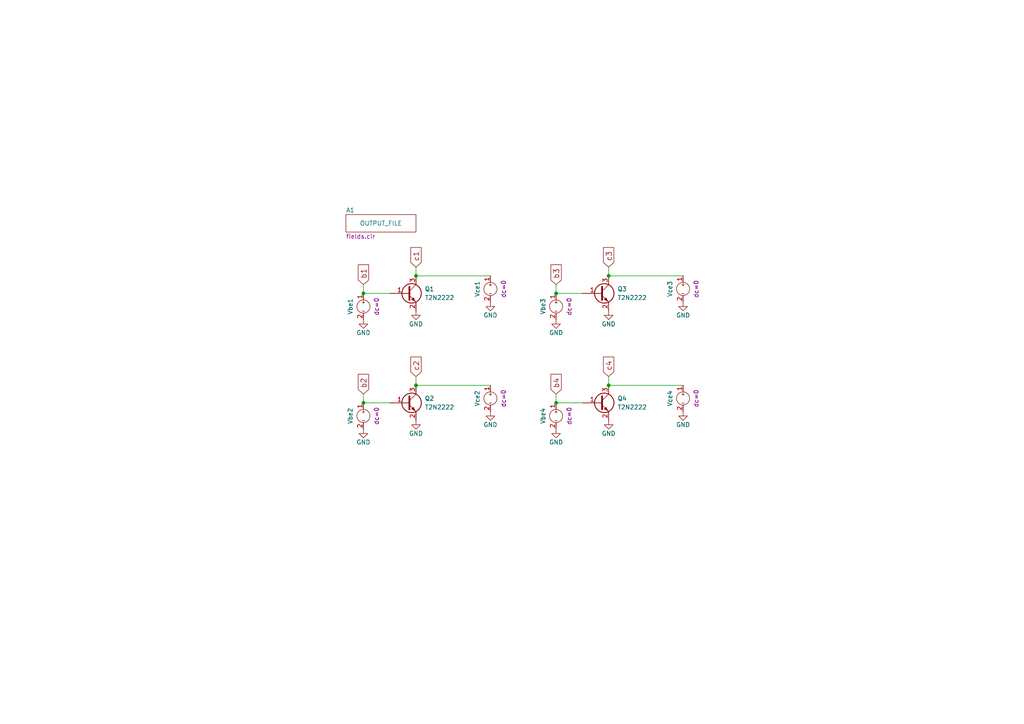
<source format=kicad_sch>
(kicad_sch (version 20211123) (generator eeschema)
  (paper "A4")
  (lib_symbols
    (symbol "Device:Q_NPN_BEC" (pin_names (offset 0) hide)
      (property "Reference" "Q" (at 5.08 1.27 0))
      (property "Value" "Q_NPN_BEC" (at 5.08 -1.27 0))
      (symbol "Q_NPN_BEC_0_1"
        (polyline (pts (xy 0.635 0.635) (xy 2.54 2.54)))
        (polyline (pts (xy 0.635 -0.635) (xy 2.54 -2.54) (xy 2.54 -2.54)))
        (polyline (pts (xy 0.635 1.905) (xy 0.635 -1.905) (xy 0.635 -1.905)) (stroke (width 0.508)))
        (polyline (pts (xy 1.27 -1.778) (xy 1.778 -1.27) (xy 2.286 -2.286) (xy 1.27 -1.778) (xy 1.27 -1.778)) (fill (type outline)))
        (circle (center 1.27 0) (radius 2.8194) (stroke (width 0.254)))
      )
      (symbol "Q_NPN_BEC_1_1"
        (pin input line (at -5.08 0 0) (length 5.715) (name "B") (number "1"))
        (pin passive line (at 2.54 -5.08 90) (length 2.54) (name "E") (number "2"))
        (pin passive line (at 2.54 5.08 270) (length 2.54) (name "C") (number "3"))
      )
    )
    (symbol "power:GND" (power) (pin_names (offset 0))
      (property "Value" "GND" (at 0 -3.81 0))
      (symbol "GND_0_1"
        (polyline (pts (xy 0 0) (xy 0 -1.27) (xy 1.27 -1.27) (xy 0 -2.54) (xy -1.27 -1.27) (xy 0 -1.27)))
      )
      (symbol "GND_1_1"
        (pin power_in line (at 0 0 270) (length 0) hide (name "GND") (number "1"))
      )
    )
    (symbol "pyopus:OUTPUT_FILE" (pin_names (offset 1.016))
      (property "Reference" "A" (at -10.16 1.27 0))
      (property "Value" "OUTPUT_FILE" (at 0 -2.54 0))
      (property "Name" "<file name>" (at -10.16 -6.35 0))
      (symbol "OUTPUT_FILE_0_1"
        (rectangle (start -10.16 0) (end 10.16 -5.08))
      )
    )
    (symbol "pyopus:VSRC" (pin_names (offset 0) hide)
      (property "Reference" "V" (at -3.81 0 90))
      (property "Specification" "dc=0" (at 3.81 0 90))
      (symbol "VSRC_0_0"
        (circle (center 0 0) (radius 1.905) (stroke (width 0.1524)))
        (text "+" (at 0 1.27 0) (effects (font (size 0.9906 0.9906))))
        (text "-" (at 0 -1.27 0) (effects (font (size 0.9906 0.9906))))
      )
      (symbol "VSRC_1_1"
        (pin passive line (at 0 3.81 270) (length 1.905) (name "P") (number "1"))
        (pin power_out line (at 0 -3.81 90) (length 1.905) (name "N") (number "2"))
      )
    )
  )
  (junction (at 120.65 111.76))
  (junction (at 176.53 111.76))
  (junction (at 161.29 116.84))
  (junction (at 176.53 80.01))
  (junction (at 105.41 85.09))
  (junction (at 120.65 80.01))
  (junction (at 161.29 85.09))
  (junction (at 105.41 116.84))
  (wire (pts (xy 105.41 82.55) (xy 105.41 85.09)))
  (wire (pts (xy 105.41 116.84) (xy 113.03 116.84)))
  (wire (pts (xy 161.29 114.3) (xy 161.29 116.84)))
  (wire (pts (xy 176.53 77.47) (xy 176.53 80.01)))
  (wire (pts (xy 161.29 85.09) (xy 168.91 85.09)))
  (wire (pts (xy 120.65 109.22) (xy 120.65 111.76)))
  (wire (pts (xy 176.53 109.22) (xy 176.53 111.76)))
  (wire (pts (xy 176.53 80.01) (xy 198.12 80.01)))
  (wire (pts (xy 120.65 111.76) (xy 142.24 111.76)))
  (wire (pts (xy 120.65 80.01) (xy 142.24 80.01)))
  (wire (pts (xy 120.65 77.47) (xy 120.65 80.01)))
  (wire (pts (xy 105.41 85.09) (xy 113.03 85.09)))
  (wire (pts (xy 176.53 111.76) (xy 198.12 111.76)))
  (wire (pts (xy 161.29 116.84) (xy 168.91 116.84)))
  (wire (pts (xy 105.41 114.3) (xy 105.41 116.84)))
  (wire (pts (xy 161.29 82.55) (xy 161.29 85.09)))
  (global_label "c1" (shape input) (at 120.65 77.47 90) (effects (font (size 1.524 1.524))) (property "Intersheet References" "${INTERSHEET_REFS}" (effects hide)))
  (global_label "b4" (shape input) (at 161.29 114.3 90) (effects (font (size 1.524 1.524))) (property "Intersheet References" "${INTERSHEET_REFS}" (effects hide)))
  (global_label "b3" (shape input) (at 161.29 82.55 90) (effects (font (size 1.524 1.524))) (property "Intersheet References" "${INTERSHEET_REFS}" (effects hide)))
  (global_label "b2" (shape input) (at 105.41 114.3 90) (effects (font (size 1.524 1.524))) (property "Intersheet References" "${INTERSHEET_REFS}" (effects hide)))
  (global_label "c3" (shape input) (at 176.53 77.47 90) (effects (font (size 1.524 1.524))) (property "Intersheet References" "${INTERSHEET_REFS}" (effects hide)))
  (global_label "c4" (shape input) (at 176.53 109.22 90) (effects (font (size 1.524 1.524))) (property "Intersheet References" "${INTERSHEET_REFS}" (effects hide)))
  (global_label "c2" (shape input) (at 120.65 109.22 90) (effects (font (size 1.524 1.524))) (property "Intersheet References" "${INTERSHEET_REFS}" (effects hide)))
  (global_label "b1" (shape input) (at 105.41 82.55 90) (effects (font (size 1.524 1.524))) (property "Intersheet References" "${INTERSHEET_REFS}" (effects hide)))
  (symbol (lib_id "Device:Q_NPN_BEC") (at 118.11 85.09 0) (unit 1)
    (property "Reference" "Q1" (at 123.19 83.82 0) (effects (justify left)))
    (property "Value" "T2N2222" (at 123.19 86.36 0) (effects (justify left)))
    (property "PinMap" "3 1 2" (effects hide))
  )
  (symbol (lib_id "pyopus:VSRC") (at 105.41 88.9 0) (unit 1)
    (property "Reference" "Vbe1" (at 101.6 88.9 90))
    (property "Value" "VSRC" (effects hide))
    (property "Specification" "dc=0" (at 109.22 88.9 90))
  )
  (symbol (lib_id "pyopus:VSRC") (at 142.24 83.82 0) (unit 1)
    (property "Reference" "Vce1" (at 138.43 83.82 90))
    (property "Value" "VSRC" (effects hide))
    (property "Specification" "dc=0" (at 146.05 83.82 90))
  )
  (symbol (lib_id "power:GND") (at 105.41 92.71 0) (unit 1)
    (property "Reference" "#PWR01" (effects hide))
    (property "Value" "GND" (at 105.41 96.52 0))
  )
  (symbol (lib_id "power:GND") (at 142.24 87.63 0) (unit 1)
    (property "Reference" "#PWR02" (effects hide))
    (property "Value" "GND" (at 142.24 91.44 0))
  )
  (symbol (lib_id "power:GND") (at 120.65 90.17 0) (unit 1)
    (property "Reference" "#PWR03" (effects hide))
    (property "Value" "GND" (at 120.65 93.98 0))
  )
  (symbol (lib_id "pyopus:OUTPUT_FILE") (at 110.49 62.23 0) (unit 1)
    (property "Reference" "A1" (at 100.33 60.96 0) (effects (justify left)))
    (property "Value" "OUTPUT_FILE" (at 110.49 64.77 0))
    (property "Name" "fields.cir" (at 100.33 68.58 0) (effects (justify left)))
  )
  (symbol (lib_id "Device:Q_NPN_BEC") (at 118.11 116.84 0) (unit 1)
    (property "Reference" "Q2" (at 123.19 115.57 0) (effects (justify left)))
    (property "Value" "T2N2222" (at 123.19 118.11 0) (effects (justify left)))
    (property "PinMap" "3 1 2" (effects hide))
    (property "NamePrefix" "Q" (effects hide))
  )
  (symbol (lib_id "pyopus:VSRC") (at 105.41 120.65 0) (unit 1)
    (property "Reference" "Vbe2" (at 101.6 120.65 90))
    (property "Value" "VSRC" (effects hide))
    (property "Specification" "dc=0" (at 109.22 120.65 90))
  )
  (symbol (lib_id "pyopus:VSRC") (at 142.24 115.57 0) (unit 1)
    (property "Reference" "Vce2" (at 138.43 115.57 90))
    (property "Value" "VSRC" (effects hide))
    (property "Specification" "dc=0" (at 146.05 115.57 90))
  )
  (symbol (lib_id "power:GND") (at 105.41 124.46 0) (unit 1)
    (property "Reference" "#PWR04" (effects hide))
    (property "Value" "GND" (at 105.41 128.27 0))
  )
  (symbol (lib_id "power:GND") (at 142.24 119.38 0) (unit 1)
    (property "Reference" "#PWR05" (effects hide))
    (property "Value" "GND" (at 142.24 123.19 0))
  )
  (symbol (lib_id "power:GND") (at 120.65 121.92 0) (unit 1)
    (property "Reference" "#PWR06" (effects hide))
    (property "Value" "GND" (at 120.65 125.73 0))
  )
  (symbol (lib_id "Device:Q_NPN_BEC") (at 173.99 85.09 0) (unit 1)
    (property "Reference" "Q3" (at 179.07 83.82 0) (effects (justify left)))
    (property "Value" "T2N2222" (at 179.07 86.36 0) (effects (justify left)))
    (property "PinMap" "3 1 2" (effects hide))
    (property "NamePrefix" "Q" (effects hide))
    (property "Parameters" "m area" (effects hide))
    (property "m" "4" (effects hide))
    (property "area" "8" (effects hide))
  )
  (symbol (lib_id "pyopus:VSRC") (at 161.29 88.9 0) (unit 1)
    (property "Reference" "Vbe3" (at 157.48 88.9 90))
    (property "Value" "VSRC" (effects hide))
    (property "Specification" "dc=0" (at 165.1 88.9 90))
  )
  (symbol (lib_id "pyopus:VSRC") (at 198.12 83.82 0) (unit 1)
    (property "Reference" "Vce3" (at 194.31 83.82 90))
    (property "Value" "VSRC" (effects hide))
    (property "Specification" "dc=0" (at 201.93 83.82 90))
  )
  (symbol (lib_id "power:GND") (at 161.29 92.71 0) (unit 1)
    (property "Reference" "#PWR07" (effects hide))
    (property "Value" "GND" (at 161.29 96.52 0))
  )
  (symbol (lib_id "power:GND") (at 198.12 87.63 0) (unit 1)
    (property "Reference" "#PWR08" (effects hide))
    (property "Value" "GND" (at 198.12 91.44 0))
  )
  (symbol (lib_id "power:GND") (at 176.53 90.17 0) (unit 1)
    (property "Reference" "#PWR09" (effects hide))
    (property "Value" "GND" (at 176.53 93.98 0))
  )
  (symbol (lib_id "Device:Q_NPN_BEC") (at 173.99 116.84 0) (unit 1)
    (property "Reference" "Q4" (at 179.07 115.57 0) (effects (justify left)))
    (property "Value" "T2N2222" (at 179.07 118.11 0) (effects (justify left)))
    (property "PinMap" "3 1 2" (effects hide))
    (property "NamePrefix" "Q" (effects hide))
    (property "Parameters" "m area" (effects hide))
    (property "OutPattern" "#REF() (#PINS()) #MODEL() #PNV() #PV(Specification)" (effects hide))
    (property "m" "4" (effects hide))
    (property "area" "8" (effects hide))
  )
  (symbol (lib_id "pyopus:VSRC") (at 161.29 120.65 0) (unit 1)
    (property "Reference" "Vbe4" (at 157.48 120.65 90))
    (property "Value" "VSRC" (effects hide))
    (property "Specification" "dc=0" (at 165.1 120.65 90))
  )
  (symbol (lib_id "pyopus:VSRC") (at 198.12 115.57 0) (unit 1)
    (property "Reference" "Vce4" (at 194.31 115.57 90))
    (property "Value" "VSRC" (effects hide))
    (property "Specification" "dc=0" (at 201.93 115.57 90))
  )
  (symbol (lib_id "power:GND") (at 161.29 124.46 0) (unit 1)
    (property "Reference" "#PWR0101" (effects hide))
    (property "Value" "GND" (at 161.29 128.27 0))
  )
  (symbol (lib_id "power:GND") (at 198.12 119.38 0) (unit 1)
    (property "Reference" "#PWR0102" (effects hide))
    (property "Value" "GND" (at 198.12 123.19 0))
  )
  (symbol (lib_id "power:GND") (at 176.53 121.92 0) (unit 1)
    (property "Reference" "#PWR0103" (effects hide))
    (property "Value" "GND" (at 176.53 125.73 0))
  )
)
</source>
